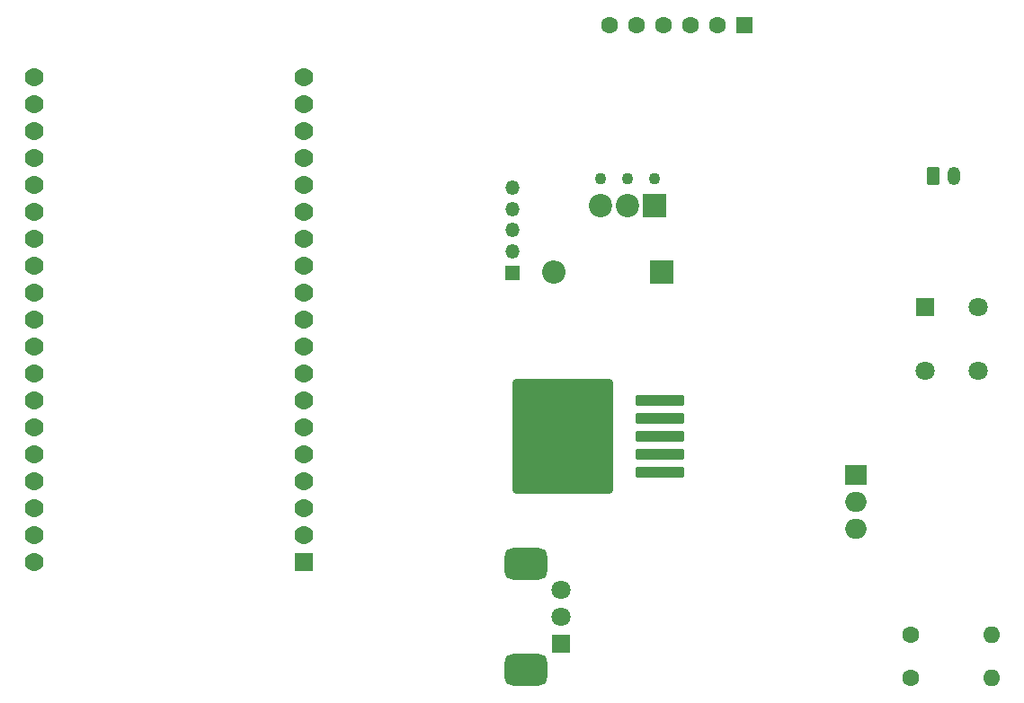
<source format=gbr>
%TF.GenerationSoftware,KiCad,Pcbnew,8.0.7*%
%TF.CreationDate,2025-06-16T00:37:16-04:00*%
%TF.ProjectId,controller,636f6e74-726f-46c6-9c65-722e6b696361,rev?*%
%TF.SameCoordinates,Original*%
%TF.FileFunction,Soldermask,Top*%
%TF.FilePolarity,Negative*%
%FSLAX46Y46*%
G04 Gerber Fmt 4.6, Leading zero omitted, Abs format (unit mm)*
G04 Created by KiCad (PCBNEW 8.0.7) date 2025-06-16 00:37:16*
%MOMM*%
%LPD*%
G01*
G04 APERTURE LIST*
G04 Aperture macros list*
%AMRoundRect*
0 Rectangle with rounded corners*
0 $1 Rounding radius*
0 $2 $3 $4 $5 $6 $7 $8 $9 X,Y pos of 4 corners*
0 Add a 4 corners polygon primitive as box body*
4,1,4,$2,$3,$4,$5,$6,$7,$8,$9,$2,$3,0*
0 Add four circle primitives for the rounded corners*
1,1,$1+$1,$2,$3*
1,1,$1+$1,$4,$5*
1,1,$1+$1,$6,$7*
1,1,$1+$1,$8,$9*
0 Add four rect primitives between the rounded corners*
20,1,$1+$1,$2,$3,$4,$5,0*
20,1,$1+$1,$4,$5,$6,$7,0*
20,1,$1+$1,$6,$7,$8,$9,0*
20,1,$1+$1,$8,$9,$2,$3,0*%
G04 Aperture macros list end*
%ADD10C,1.600000*%
%ADD11O,1.600000X1.600000*%
%ADD12R,1.800000X1.800000*%
%ADD13C,1.800000*%
%ADD14RoundRect,0.750000X-1.250000X-0.750000X1.250000X-0.750000X1.250000X0.750000X-1.250000X0.750000X0*%
%ADD15C,1.100000*%
%ADD16R,2.200000X2.200000*%
%ADD17C,2.200000*%
%ADD18R,2.000000X1.905000*%
%ADD19O,2.000000X1.905000*%
%ADD20RoundRect,0.102000X0.780000X0.780000X-0.780000X0.780000X-0.780000X-0.780000X0.780000X-0.780000X0*%
%ADD21C,1.764000*%
%ADD22RoundRect,0.250000X-0.350000X-0.625000X0.350000X-0.625000X0.350000X0.625000X-0.350000X0.625000X0*%
%ADD23O,1.200000X1.750000*%
%ADD24R,1.600200X1.600200*%
%ADD25C,1.600200*%
%ADD26R,1.350000X1.350000*%
%ADD27O,1.350000X1.350000*%
%ADD28O,2.200000X2.200000*%
%ADD29RoundRect,0.250000X2.050000X0.300000X-2.050000X0.300000X-2.050000X-0.300000X2.050000X-0.300000X0*%
%ADD30RoundRect,0.250002X4.449998X5.149998X-4.449998X5.149998X-4.449998X-5.149998X4.449998X-5.149998X0*%
G04 APERTURE END LIST*
D10*
%TO.C,R2*%
X173690000Y-116550000D03*
D11*
X181310000Y-116550000D03*
%TD*%
D12*
%TO.C,RV1*%
X140775000Y-113300000D03*
D13*
X140775000Y-110800000D03*
X140775000Y-108300000D03*
D14*
X137475000Y-115800000D03*
X137475000Y-105800000D03*
%TD*%
D15*
%TO.C,J1*%
X149580000Y-69460000D03*
X147040000Y-69460000D03*
X144500000Y-69460000D03*
D16*
X149580000Y-72000000D03*
D17*
X147040000Y-72000000D03*
X144500000Y-72000000D03*
%TD*%
D18*
%TO.C,Q2*%
X168500000Y-97460000D03*
D19*
X168500000Y-100000000D03*
X168500000Y-102540000D03*
%TD*%
D20*
%TO.C,U3*%
X116500000Y-105620000D03*
D21*
X116500000Y-103080000D03*
X116500000Y-100540000D03*
X116500000Y-98000000D03*
X116500000Y-95460000D03*
X116500000Y-92920000D03*
X116500000Y-90380000D03*
X116500000Y-87840000D03*
X116500000Y-85300000D03*
X116500000Y-82760000D03*
X116500000Y-80220000D03*
X116500000Y-77680000D03*
X116500000Y-75140000D03*
X116500000Y-72600000D03*
X116500000Y-70060000D03*
X116500000Y-67520000D03*
X116500000Y-64980000D03*
X116500000Y-62440000D03*
X116500000Y-59900000D03*
X91100000Y-105620000D03*
X91100000Y-103080000D03*
X91100000Y-100540000D03*
X91100000Y-98000000D03*
X91100000Y-95460000D03*
X91100000Y-92920000D03*
X91100000Y-90380000D03*
X91100000Y-87840000D03*
X91100000Y-85300000D03*
X91100000Y-82760000D03*
X91100000Y-80220000D03*
X91100000Y-77680000D03*
X91100000Y-75140000D03*
X91100000Y-72600000D03*
X91100000Y-70060000D03*
X91100000Y-67520000D03*
X91100000Y-64980000D03*
X91100000Y-62440000D03*
X91100000Y-59900000D03*
%TD*%
D22*
%TO.C,BT1*%
X175772500Y-69222500D03*
D23*
X177772500Y-69222500D03*
%TD*%
D24*
%TO.C,U4*%
X158040000Y-55000000D03*
D25*
X155500000Y-55000000D03*
X152960000Y-55000000D03*
X150420000Y-55000000D03*
X147880000Y-55000000D03*
X145340000Y-55000000D03*
%TD*%
D26*
%TO.C,J2*%
X136170000Y-78350000D03*
D27*
X136170000Y-76350000D03*
X136170000Y-74350000D03*
X136170000Y-72350000D03*
X136170000Y-70350000D03*
%TD*%
D10*
%TO.C,R1*%
X173690000Y-112500000D03*
D11*
X181310000Y-112500000D03*
%TD*%
D12*
%TO.C,SW1*%
X175077500Y-81577500D03*
D13*
X180077500Y-81577500D03*
X175077500Y-87577500D03*
X180077500Y-87577500D03*
%TD*%
D16*
%TO.C,D1*%
X150230000Y-78250000D03*
D28*
X140070000Y-78250000D03*
%TD*%
D29*
%TO.C,U1*%
X150075000Y-97175000D03*
X150075000Y-95475000D03*
X150075000Y-93775000D03*
D30*
X140925000Y-93775000D03*
D29*
X150075000Y-92075000D03*
X150075000Y-90375000D03*
%TD*%
M02*

</source>
